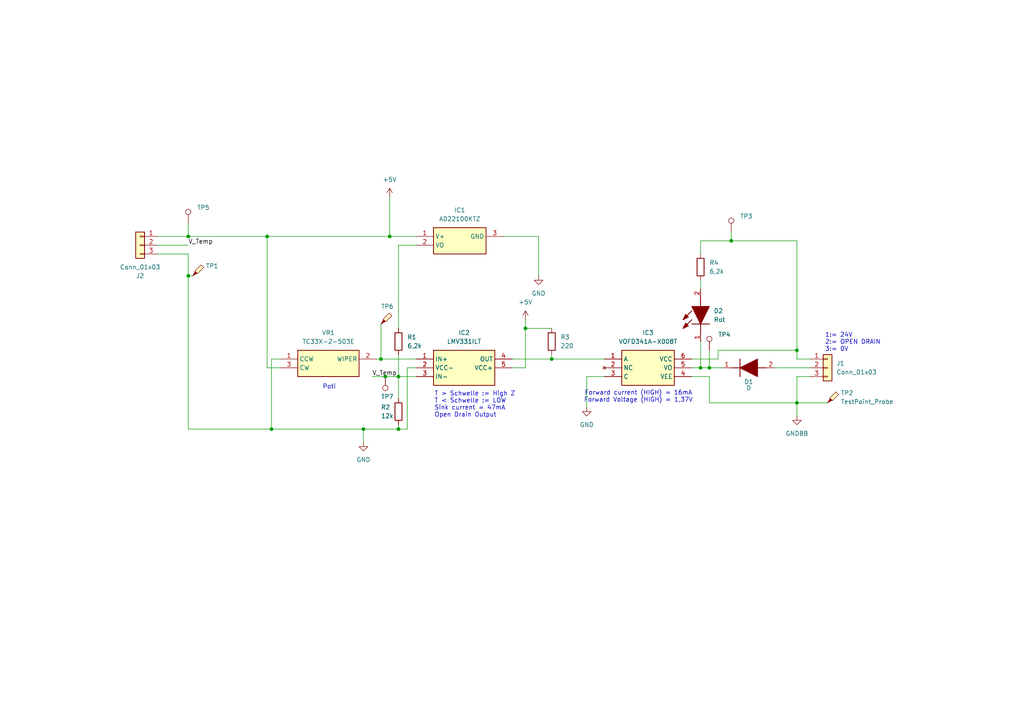
<source format=kicad_sch>
(kicad_sch (version 20231120) (generator "eeschema") (generator_version "8.0")
  (paper "A4")
  (lib_symbols
    (symbol "Connector:TestPoint" (pin_numbers hide) (pin_names (offset 0.762) hide)
      (property "Reference" "TP" (at 0 6.858 0))
      (property "Value" "TestPoint" (at 0 5.08 0))
      (symbol "TestPoint_0_1"
        (circle (center 0 3.302) (radius 0.762))
      )
      (symbol "TestPoint_1_1"
        (pin passive line (at 0 0 90) (length 2.54) (name "1") (number "1"))
      )
    )
    (symbol "Connector:TestPoint_Probe" (pin_numbers hide) (pin_names (offset 0.762) hide)
      (property "Reference" "TP" (at 1.651 5.842 0))
      (property "Value" "TestPoint_Probe" (at 1.651 4.064 0))
      (symbol "TestPoint_Probe_0_1"
        (polyline (pts (xy 1.27 0.762) (xy 0 0) (xy 0.762 1.27) (xy 1.27 0.762)) (fill (type outline)))
        (polyline (pts (xy 1.397 0.635) (xy 0.635 1.397) (xy 2.413 3.175) (xy 3.175 2.413) (xy 1.397 0.635)) (fill (type background)))
      )
      (symbol "TestPoint_Probe_1_1"
        (pin passive line (at 0 0 90) (length 0) (name "1") (number "1"))
      )
    )
    (symbol "Connector_Generic:Conn_01x03" (pin_names (offset 1.016) hide)
      (property "Reference" "J" (at 0 5.08 0))
      (property "Value" "Conn_01x03" (at 0 -5.08 0))
      (symbol "Conn_01x03_1_1"
        (rectangle (start -1.27 -2.413) (end 0 -2.667) (stroke (width 0.1524)))
        (rectangle (start -1.27 0.127) (end 0 -0.127) (stroke (width 0.1524)))
        (rectangle (start -1.27 2.667) (end 0 2.413) (stroke (width 0.1524)))
        (rectangle (start -1.27 3.81) (end 1.27 -3.81) (stroke (width 0.254)) (fill (type background)))
        (pin passive line (at -5.08 2.54 0) (length 3.81) (name "Pin_1") (number "1"))
        (pin passive line (at -5.08 0 0) (length 3.81) (name "Pin_2") (number "2"))
        (pin passive line (at -5.08 -2.54 0) (length 3.81) (name "Pin_3") (number "3"))
      )
    )
    (symbol "Device:R" (pin_numbers hide) (pin_names (offset 0))
      (property "Reference" "R" (at 2.032 0 90))
      (property "Value" "R" (at 0 0 90))
      (symbol "R_0_1"
        (rectangle (start -1.016 -2.54) (end 1.016 2.54) (stroke (width 0.254)))
      )
      (symbol "R_1_1"
        (pin passive line (at 0 3.81 270) (length 1.27) (name "~") (number "1"))
        (pin passive line (at 0 -3.81 90) (length 1.27) (name "~") (number "2"))
      )
    )
    (symbol "SamacSys_Parts:156120RS75000" (pin_names hide)
      (property "Reference" "LED" (at 12.7 8.89 0))
      (property "Value" "156120RS75000" (at 12.7 6.35 0))
      (symbol "156120RS75000_1_1"
        (polyline (pts (xy 2.54 0) (xy 5.08 0)) (stroke (width 0.254)))
        (polyline (pts (xy 5.08 2.54) (xy 5.08 -2.54)) (stroke (width 0.254)))
        (polyline (pts (xy 6.35 2.54) (xy 3.81 5.08)) (stroke (width 0.254)))
        (polyline (pts (xy 8.89 2.54) (xy 6.35 5.08)) (stroke (width 0.254)))
        (polyline (pts (xy 10.16 0) (xy 12.7 0)) (stroke (width 0.254)))
        (polyline (pts (xy 5.08 0) (xy 10.16 2.54) (xy 10.16 -2.54) (xy 5.08 0)) (stroke (width 0.254)) (fill (type outline)))
        (polyline (pts (xy 5.334 4.318) (xy 4.572 3.556) (xy 3.81 5.08) (xy 5.334 4.318)) (stroke (width 0.254)) (fill (type outline)))
        (polyline (pts (xy 7.874 4.318) (xy 7.112 3.556) (xy 6.35 5.08) (xy 7.874 4.318)) (stroke (width 0.254)) (fill (type outline)))
        (pin passive line (at 0 0 0) (length 2.54) (name "K") (number "1"))
        (pin passive line (at 15.24 0 180) (length 2.54) (name "A") (number "2"))
      )
    )
    (symbol "SamacSys_Parts:AD22100KTZ"
      (property "Reference" "IC" (at 21.59 7.62 0))
      (property "Value" "AD22100KTZ" (at 21.59 5.08 0))
      (symbol "AD22100KTZ_1_1"
        (rectangle (start 5.08 2.54) (end 20.32 -5.08) (stroke (width 0.254)) (fill (type background)))
        (pin passive line (at 0 0 0) (length 5.08) (name "V+") (number "1"))
        (pin passive line (at 0 -2.54 0) (length 5.08) (name "VO") (number "2"))
        (pin passive line (at 25.4 0 180) (length 5.08) (name "GND") (number "3"))
      )
    )
    (symbol "SamacSys_Parts:LMV331ILT"
      (property "Reference" "IC" (at 24.13 7.62 0))
      (property "Value" "LMV331ILT" (at 24.13 5.08 0))
      (symbol "LMV331ILT_1_1"
        (rectangle (start 5.08 2.54) (end 22.86 -7.62) (stroke (width 0.254)) (fill (type background)))
        (pin passive line (at 0 0 0) (length 5.08) (name "IN+") (number "1"))
        (pin passive line (at 0 -2.54 0) (length 5.08) (name "VCC-") (number "2"))
        (pin passive line (at 0 -5.08 0) (length 5.08) (name "IN-") (number "3"))
        (pin passive line (at 27.94 0 180) (length 5.08) (name "OUT") (number "4"))
        (pin passive line (at 27.94 -2.54 180) (length 5.08) (name "VCC+") (number "5"))
      )
    )
    (symbol "SamacSys_Parts:S3MB-13-F" (pin_names hide)
      (property "Reference" "D" (at 11.43 5.08 0))
      (property "Value" "S3MB-13-F" (at 11.43 2.54 0))
      (symbol "S3MB-13-F_1_1"
        (polyline (pts (xy 2.54 0) (xy 5.08 0)) (stroke (width 0.254)))
        (polyline (pts (xy 5.08 2.54) (xy 5.08 -2.54)) (stroke (width 0.254)))
        (polyline (pts (xy 10.16 0) (xy 12.7 0)) (stroke (width 0.254)))
        (polyline (pts (xy 5.08 0) (xy 10.16 2.54) (xy 10.16 -2.54) (xy 5.08 0)) (stroke (width 0.254)) (fill (type outline)))
        (pin passive line (at 0 0 0) (length 2.54) (name "K") (number "1"))
        (pin passive line (at 15.24 0 180) (length 2.54) (name "A") (number "2"))
      )
    )
    (symbol "SamacSys_Parts:TC33X-2-503E"
      (property "Reference" "VR" (at 24.13 7.62 0))
      (property "Value" "TC33X-2-503E" (at 24.13 5.08 0))
      (symbol "TC33X-2-503E_1_1"
        (rectangle (start 5.08 2.54) (end 22.86 -5.08) (stroke (width 0.254)) (fill (type background)))
        (pin passive line (at 0 0 0) (length 5.08) (name "CCW") (number "1"))
        (pin passive line (at 27.94 0 180) (length 5.08) (name "WIPER") (number "2"))
        (pin passive line (at 0 -2.54 0) (length 5.08) (name "CW") (number "3"))
      )
    )
    (symbol "SamacSys_Parts:VOFD341A-X008T"
      (property "Reference" "IC" (at 21.59 7.62 0))
      (property "Value" "VOFD341A-X008T" (at 21.59 5.08 0))
      (symbol "VOFD341A-X008T_1_1"
        (rectangle (start 5.08 2.54) (end 20.32 -7.62) (stroke (width 0.254)) (fill (type background)))
        (pin passive line (at 0 0 0) (length 5.08) (name "A") (number "1"))
        (pin no_connect line (at 0 -2.54 0) (length 5.08) (name "NC") (number "2"))
        (pin passive line (at 0 -5.08 0) (length 5.08) (name "C") (number "3"))
        (pin passive line (at 25.4 -5.08 180) (length 5.08) (name "VEE") (number "4"))
        (pin passive line (at 25.4 -2.54 180) (length 5.08) (name "VO") (number "5"))
        (pin passive line (at 25.4 0 180) (length 5.08) (name "VCC") (number "6"))
      )
    )
    (symbol "power:+5V" (power) (pin_numbers hide) (pin_names (offset 0) hide)
      (property "Value" "+5V" (at 0 3.556 0))
      (symbol "+5V_0_1"
        (polyline (pts (xy -0.762 1.27) (xy 0 2.54)))
        (polyline (pts (xy 0 0) (xy 0 2.54)))
        (polyline (pts (xy 0 2.54) (xy 0.762 1.27)))
      )
      (symbol "+5V_1_1"
        (pin power_in line (at 0 0 90) (length 0) (name "~") (number "1"))
      )
    )
    (symbol "power:GND" (power) (pin_numbers hide) (pin_names (offset 0) hide)
      (property "Value" "GND" (at 0 -3.81 0))
      (symbol "GND_0_1"
        (polyline (pts (xy 0 0) (xy 0 -1.27) (xy 1.27 -1.27) (xy 0 -2.54) (xy -1.27 -1.27) (xy 0 -1.27)))
      )
      (symbol "GND_1_1"
        (pin power_in line (at 0 0 270) (length 0) (name "~") (number "1"))
      )
    )
  )
  (junction (at 160.02 104.14))
  (junction (at 115.57 109.22))
  (junction (at 231.14 101.6))
  (junction (at 54.61 80.01))
  (junction (at 152.4 95.25))
  (junction (at 78.74 124.46))
  (junction (at 212.09 69.85))
  (junction (at 113.03 68.58))
  (junction (at 231.14 116.84))
  (junction (at 205.74 106.68))
  (junction (at 105.41 124.46))
  (junction (at 110.49 104.14))
  (junction (at 203.2 106.68))
  (junction (at 111.76 109.22))
  (junction (at 115.57 124.46))
  (junction (at 54.61 68.58))
  (junction (at 77.47 68.58))
  (wire (pts (xy 115.57 109.22) (xy 120.65 109.22)))
  (wire (pts (xy 175.26 109.22) (xy 170.18 109.22)))
  (wire (pts (xy 107.95 109.22) (xy 111.76 109.22)))
  (wire (pts (xy 110.49 93.98) (xy 110.49 104.14)))
  (wire (pts (xy 205.74 109.22) (xy 200.66 109.22)))
  (wire (pts (xy 115.57 71.12) (xy 115.57 95.25)))
  (wire (pts (xy 231.14 116.84) (xy 231.14 120.65)))
  (wire (pts (xy 148.59 104.14) (xy 160.02 104.14)))
  (wire (pts (xy 231.14 104.14) (xy 234.95 104.14)))
  (wire (pts (xy 54.61 73.66) (xy 45.72 73.66)))
  (wire (pts (xy 208.28 104.14) (xy 208.28 101.6)))
  (wire (pts (xy 118.11 106.68) (xy 118.11 124.46)))
  (wire (pts (xy 203.2 99.06) (xy 203.2 106.68)))
  (wire (pts (xy 212.09 67.31) (xy 212.09 69.85)))
  (wire (pts (xy 115.57 71.12) (xy 120.65 71.12)))
  (wire (pts (xy 118.11 124.46) (xy 115.57 124.46)))
  (wire (pts (xy 152.4 106.68) (xy 148.59 106.68)))
  (wire (pts (xy 77.47 68.58) (xy 77.47 106.68)))
  (wire (pts (xy 160.02 104.14) (xy 175.26 104.14)))
  (wire (pts (xy 231.14 69.85) (xy 231.14 101.6)))
  (wire (pts (xy 203.2 106.68) (xy 205.74 106.68)))
  (wire (pts (xy 224.79 106.68) (xy 234.95 106.68)))
  (wire (pts (xy 109.22 104.14) (xy 110.49 104.14)))
  (wire (pts (xy 231.14 109.22) (xy 234.95 109.22)))
  (wire (pts (xy 54.61 80.01) (xy 54.61 73.66)))
  (wire (pts (xy 115.57 124.46) (xy 115.57 123.19)))
  (wire (pts (xy 231.14 116.84) (xy 205.74 116.84)))
  (wire (pts (xy 146.05 68.58) (xy 156.21 68.58)))
  (wire (pts (xy 208.28 101.6) (xy 231.14 101.6)))
  (wire (pts (xy 54.61 68.58) (xy 77.47 68.58)))
  (wire (pts (xy 205.74 101.6) (xy 205.74 106.68)))
  (wire (pts (xy 170.18 109.22) (xy 170.18 118.11)))
  (wire (pts (xy 203.2 81.28) (xy 203.2 83.82)))
  (wire (pts (xy 205.74 116.84) (xy 205.74 109.22)))
  (wire (pts (xy 240.03 116.84) (xy 231.14 116.84)))
  (wire (pts (xy 77.47 68.58) (xy 113.03 68.58)))
  (wire (pts (xy 113.03 68.58) (xy 120.65 68.58)))
  (wire (pts (xy 152.4 95.25) (xy 152.4 106.68)))
  (wire (pts (xy 205.74 106.68) (xy 209.55 106.68)))
  (wire (pts (xy 78.74 104.14) (xy 78.74 124.46)))
  (wire (pts (xy 110.49 104.14) (xy 120.65 104.14)))
  (wire (pts (xy 115.57 109.22) (xy 115.57 115.57)))
  (wire (pts (xy 113.03 57.15) (xy 113.03 68.58)))
  (wire (pts (xy 118.11 106.68) (xy 120.65 106.68)))
  (wire (pts (xy 45.72 68.58) (xy 54.61 68.58)))
  (wire (pts (xy 115.57 102.87) (xy 115.57 109.22)))
  (wire (pts (xy 81.28 104.14) (xy 78.74 104.14)))
  (wire (pts (xy 78.74 124.46) (xy 54.61 124.46)))
  (wire (pts (xy 156.21 68.58) (xy 156.21 80.01)))
  (wire (pts (xy 231.14 116.84) (xy 231.14 109.22)))
  (wire (pts (xy 54.61 124.46) (xy 54.61 80.01)))
  (wire (pts (xy 111.76 109.22) (xy 115.57 109.22)))
  (wire (pts (xy 152.4 95.25) (xy 160.02 95.25)))
  (wire (pts (xy 105.41 124.46) (xy 105.41 128.27)))
  (wire (pts (xy 231.14 101.6) (xy 231.14 104.14)))
  (wire (pts (xy 212.09 69.85) (xy 231.14 69.85)))
  (wire (pts (xy 78.74 124.46) (xy 105.41 124.46)))
  (wire (pts (xy 54.61 64.77) (xy 54.61 68.58)))
  (wire (pts (xy 45.72 71.12) (xy 54.61 71.12)))
  (wire (pts (xy 81.28 106.68) (xy 77.47 106.68)))
  (wire (pts (xy 54.61 80.01) (xy 55.88 80.01)))
  (wire (pts (xy 200.66 106.68) (xy 203.2 106.68)))
  (wire (pts (xy 203.2 69.85) (xy 212.09 69.85)))
  (wire (pts (xy 152.4 92.71) (xy 152.4 95.25)))
  (wire (pts (xy 105.41 124.46) (xy 115.57 124.46)))
  (wire (pts (xy 160.02 102.87) (xy 160.02 104.14)))
  (wire (pts (xy 203.2 73.66) (xy 203.2 69.85)))
  (wire (pts (xy 200.66 104.14) (xy 208.28 104.14)))
  (text "Poti\n" (at 95.504 112.268 0) (effects (font (size 1.27 1.27))))
  (text "T > Schwelle := High Z\nT < Schwelle := LOW\nSink current = 47mA\nOpen Drain Output" (at 125.984 117.348 0) (effects (font (size 1.27 1.27)) (justify left)))
  (text "Forward current (HIGH) = 16mA\nForward Voltage (HIGH) = 1,37V" (at 185.166 115.062 0) (effects (font (size 1.27 1.27))))
  (text "1:= 24V\n2:= OPEN DRAIN\n3:= 0V" (at 239.268 99.314 0) (effects (font (size 1.27 1.27)) (justify left)))
  (label "V_Temp" (at 54.61 71.12 0))
  (label "V_Temp" (at 107.95 109.22 0))
  (symbol (lib_id "Connector:TestPoint") (at 205.74 101.6 0) (unit 1)
    (property "Reference" "TP4" (at 208.28 97.0279 0) (effects (justify left)))
    (property "Value" "TestPoint" (effects (hide yes)))
    (property "Footprint" "TestPoint:TestPoint_Pad_D2.0mm" (effects (hide yes)))
    (property "Description" "test point" (effects (hide yes)))
  )
  (symbol (lib_id "Connector_Generic:Conn_01x03") (at 40.64 71.12 0) (mirror y) (unit 1)
    (property "Reference" "J2" (at 40.64 80.01 0))
    (property "Value" "Conn_01x03" (at 40.64 77.47 0))
    (property "Footprint" "Connector_PinSocket_2.54mm:PinSocket_1x03_P2.54mm_Vertical" (effects (hide yes)))
    (property "Description" "Generic connector, single row, 01x03, script generated (kicad-library-utils/schlib/autogen/connector/)" (effects (hide yes)))
  )
  (symbol (lib_id "Device:R") (at 203.2 77.47 180) (unit 1)
    (property "Reference" "R4" (at 205.74 76.1999 0) (effects (justify right)))
    (property "Value" "6,2k" (at 205.74 78.7399 0) (effects (justify right)))
    (property "Footprint" "Resistor_SMD:R_1206_3216Metric" (effects (hide yes)))
    (property "Description" "Resistor" (effects (hide yes)))
    (property "Manufacturer_Name" "YAGEO " (effects (hide yes)))
    (property "Manufacturer_Part_Number" "AC1206FR-076K2L " (effects (hide yes)))
    (property "Mouser Part Number" "603-AC1206FR-076K2L " (effects (hide yes)))
  )
  (symbol (lib_id "Connector_Generic:Conn_01x03") (at 240.03 106.68 0) (unit 1)
    (property "Reference" "J1" (at 242.57 105.4099 0) (effects (justify left)))
    (property "Value" "Conn_01x03" (at 242.57 107.9499 0) (effects (justify left)))
    (property "Footprint" "Connector_PinSocket_2.54mm:PinSocket_1x03_P2.54mm_Vertical" (effects (hide yes)))
    (property "Description" "Generic connector, single row, 01x03, script generated (kicad-library-utils/schlib/autogen/connector/)" (effects (hide yes)))
  )
  (symbol (lib_id "Connector:TestPoint") (at 54.61 64.77 0) (unit 1)
    (property "Reference" "TP5" (at 57.15 60.1979 0) (effects (justify left)))
    (property "Value" "TestPoint" (effects (hide yes)))
    (property "Footprint" "TestPoint:TestPoint_Pad_D2.0mm" (effects (hide yes)))
    (property "Description" "test point" (effects (hide yes)))
  )
  (symbol (lib_id "power:GND") (at 231.14 120.65 0) (unit 1)
    (property "Reference" "#PWR06" (effects (hide yes)))
    (property "Value" "GNDBB" (at 231.14 125.73 0))
    (property "Description" "Power symbol creates a global label with name \"GND\" , ground" (effects (hide yes)))
  )
  (symbol (lib_id "SamacSys_Parts:S3MB-13-F") (at 209.55 106.68 0) (unit 1)
    (property "Reference" "D1" (at 217.17 110.744 0))
    (property "Value" "D" (at 217.17 112.522 0))
    (property "Footprint" "SamacSys_Parts:DIOM5336X250N" (effects (hide yes)))
    (property "Datasheet" "https://componentsearchengine.com/Datasheets/1/S3MB-13-F.pdf" (effects (hide yes)))
    (property "Description" "Diode Switching 1KV 3A 2-Pin SMB T/R" (effects (hide yes)))
    (property "Sim.Device" "D" (effects (hide yes)))
    (property "Sim.Pins" "1=K 2=A" (effects (hide yes)))
    (property "Height" "2.5" (effects (hide yes)))
    (property "Mouser Part Number" "621-S3MB-F" (effects (hide yes)))
    (property "Mouser Price/Stock" "https://www.mouser.co.uk/ProductDetail/Diodes-Incorporated/S3MB-13-F?qs=MUUZM6nHG7cuxMC6sGASiA%3D%3D" (effects (hide yes)))
    (property "Manufacturer_Name" "Diodes Incorporated" (effects (hide yes)))
    (property "Manufacturer_Part_Number" "S3MB-13-F" (effects (hide yes)))
  )
  (symbol (lib_id "Connector:TestPoint_Probe") (at 240.03 116.84 0) (unit 1)
    (property "Reference" "TP2" (at 243.84 113.9824 0) (effects (justify left)))
    (property "Value" "TestPoint_Probe" (at 243.84 116.5224 0) (effects (justify left)))
    (property "Footprint" "TestPoint:TestPoint_Keystone_5000-5004_Miniature" (effects (hide yes)))
    (property "Description" "test point (alternative probe-style design)" (effects (hide yes)))
    (property "Manufacturer_Name" "Keystone Electronics " (effects (hide yes)))
    (property "Manufacturer_Part_Number" "5001 " (effects (hide yes)))
    (property "Mouser Part Number" "534-5001 " (effects (hide yes)))
  )
  (symbol (lib_id "power:+5V") (at 113.03 57.15 0) (unit 1)
    (property "Reference" "#PWR01" (effects (hide yes)))
    (property "Value" "+5V" (at 113.03 52.07 0))
    (property "Description" "Power symbol creates a global label with name \"+5V\"" (effects (hide yes)))
  )
  (symbol (lib_id "Device:R") (at 115.57 99.06 0) (unit 1)
    (property "Reference" "R1" (at 118.11 97.7899 0) (effects (justify left)))
    (property "Value" "6,2k" (at 118.11 100.3299 0) (effects (justify left)))
    (property "Footprint" "Resistor_SMD:R_1206_3216Metric" (effects (hide yes)))
    (property "Description" "Resistor" (effects (hide yes)))
    (property "Manufacturer_Name" "YAGEO " (effects (hide yes)))
    (property "Manufacturer_Part_Number" "AC1206FR-076K2L " (effects (hide yes)))
    (property "Mouser Part Number" "603-AC1206FR-076K2L " (effects (hide yes)))
  )
  (symbol (lib_id "SamacSys_Parts:156120RS75000") (at 203.2 99.06 90) (unit 1)
    (property "Reference" "D2" (at 207.01 90.1699 90) (effects (justify right)))
    (property "Value" "Rot" (at 207.01 92.7099 90) (effects (justify right)))
    (property "Footprint" "SamacSys_Parts:LEDM3216X130N" (effects (hide yes)))
    (property "Datasheet" "https://katalog.we-online.com/led/datasheet/156120RS75000.pdf" (effects (hide yes)))
    (property "Description" "Wurth Elektronik 156120RS75000, WL-SMRW Series Red LED, 624 nm, 3216 (1206) Clear, Rectangle Lens SMD Package" (effects (hide yes)))
    (property "Height" "1.3" (effects (hide yes)))
    (property "Mouser Part Number" "710-156120RS75000" (effects (hide yes)))
    (property "Mouser Price/Stock" "https://www.mouser.co.uk/ProductDetail/Wurth-Elektronik/156120RS75000?qs=2kOmHSv6VfTlw4DhG%252BTIQw%3D%3D" (effects (hide yes)))
    (property "Manufacturer_Name" "Wurth Elektronik" (effects (hide yes)))
    (property "Manufacturer_Part_Number" "156120RS75000" (effects (hide yes)))
  )
  (symbol (lib_id "SamacSys_Parts:TC33X-2-503E") (at 81.28 104.14 0) (unit 1)
    (property "Reference" "VR1" (at 95.25 96.52 0))
    (property "Value" "TC33X-2-503E" (at 95.25 99.06 0))
    (property "Footprint" "SamacSys_Parts:TC33X2503E" (effects (hide yes)))
    (property "Datasheet" "https://componentsearchengine.com/Datasheets/1/TC33X-2-503E.pdf" (effects (hide yes)))
    (property "Description" "SMD single turn trimmer 50K 25% top adj Bourns TC33 Series SMD Trimmer Resistor with Solder Pad Terminations, 50k +/-25% 0.1W +/-250ppm/C Top Adjust" (effects (hide yes)))
    (property "Height" "1.2" (effects (hide yes)))
    (property "Mouser Part Number" "652-TC33X-2-503E" (effects (hide yes)))
    (property "Mouser Price/Stock" "https://www.mouser.co.uk/ProductDetail/Bourns/TC33X-2-503E?qs=tEaODSGlU8NgxHjveDtEEg%3D%3D" (effects (hide yes)))
    (property "Manufacturer_Name" "Bourns" (effects (hide yes)))
    (property "Manufacturer_Part_Number" "TC33X-2-503E" (effects (hide yes)))
  )
  (symbol (lib_id "Device:R") (at 160.02 99.06 180) (unit 1)
    (property "Reference" "R3" (at 162.56 97.7899 0) (effects (justify right)))
    (property "Value" "220" (at 162.56 100.3299 0) (effects (justify right)))
    (property "Footprint" "Resistor_SMD:R_1206_3216Metric" (effects (hide yes)))
    (property "Description" "Resistor" (effects (hide yes)))
    (property "Manufacturer_Name" "YAGEO " (effects (hide yes)))
    (property "Manufacturer_Part_Number" "RC1206FR-07220RL " (effects (hide yes)))
    (property "Mouser Part Number" "603-RC1206FR-07220RL " (effects (hide yes)))
  )
  (symbol (lib_id "Connector:TestPoint") (at 111.76 109.22 180) (unit 1)
    (property "Reference" "TP7" (at 110.49 115.062 0) (effects (justify right)))
    (property "Value" "TestPoint" (effects (hide yes)))
    (property "Footprint" "TestPoint:TestPoint_Pad_D2.0mm" (effects (hide yes)))
    (property "Description" "test point" (effects (hide yes)))
  )
  (symbol (lib_id "Connector:TestPoint") (at 212.09 67.31 0) (unit 1)
    (property "Reference" "TP3" (at 214.63 62.7379 0) (effects (justify left)))
    (property "Value" "TestPoint" (effects (hide yes)))
    (property "Footprint" "TestPoint:TestPoint_Pad_D2.0mm" (effects (hide yes)))
    (property "Description" "test point" (effects (hide yes)))
  )
  (symbol (lib_id "power:+5V") (at 152.4 92.71 0) (unit 1)
    (property "Reference" "#PWR04" (effects (hide yes)))
    (property "Value" "+5V" (at 152.4 87.63 0))
    (property "Description" "Power symbol creates a global label with name \"+5V\"" (effects (hide yes)))
  )
  (symbol (lib_id "power:GND") (at 156.21 80.01 0) (unit 1)
    (property "Reference" "#PWR02" (effects (hide yes)))
    (property "Value" "GND" (at 156.21 85.09 0))
    (property "Description" "Power symbol creates a global label with name \"GND\" , ground" (effects (hide yes)))
  )
  (symbol (lib_id "SamacSys_Parts:AD22100KTZ") (at 120.65 68.58 0) (unit 1)
    (property "Reference" "IC1" (at 133.35 60.96 0))
    (property "Value" "AD22100KTZ" (at 133.35 63.5 0))
    (property "Footprint" "SamacSys_Parts:TO128P419X483X533-3P" (effects (hide yes)))
    (property "Datasheet" "https://www.mouser.jp/datasheet/2/609/AD22100-1501630.pdf" (effects (hide yes)))
    (property "Description" "AD22100KTZ, Temperature Sensor +/-0.5C 4  6.5 V 3-Pin TO-92" (effects (hide yes)))
    (property "Height" "4.19" (effects (hide yes)))
    (property "Mouser Part Number" "584-AD22100KTZ" (effects (hide yes)))
    (property "Mouser Price/Stock" "https://www.mouser.co.uk/ProductDetail/Analog-Devices/AD22100KTZ?qs=NmRFExCfTkFF1wxujPUquA%3D%3D" (effects (hide yes)))
    (property "Manufacturer_Name" "Analog Devices" (effects (hide yes)))
    (property "Manufacturer_Part_Number" "AD22100KTZ" (effects (hide yes)))
  )
  (symbol (lib_id "Connector:TestPoint_Probe") (at 55.88 80.01 0) (unit 1)
    (property "Reference" "TP1" (at 59.69 77.1524 0) (effects (justify left)))
    (property "Value" "TestPoint_Probe" (effects (hide yes)))
    (property "Footprint" "TestPoint:TestPoint_Keystone_5000-5004_Miniature" (effects (hide yes)))
    (property "Description" "test point (alternative probe-style design)" (effects (hide yes)))
    (property "Manufacturer_Name" "Keystone Electronics " (effects (hide yes)))
    (property "Manufacturer_Part_Number" "5001 " (effects (hide yes)))
    (property "Mouser Part Number" "534-5001 " (effects (hide yes)))
  )
  (symbol (lib_id "SamacSys_Parts:VOFD341A-X008T") (at 175.26 104.14 0) (unit 1)
    (property "Reference" "IC3" (at 187.96 96.52 0))
    (property "Value" "VOFD341A-X008T" (at 187.96 99.06 0))
    (property "Footprint" "SamacSys_Parts:SOIC127P1150X378-6N" (effects (hide yes)))
    (property "Datasheet" "https://www.vishay.com/doc?80420" (effects (hide yes)))
    (property "Description" "3A Gate Driver Optical Coupling 5000Vrms 1 Channel 6-SO Stretched" (effects (hide yes)))
    (property "Height" "3.78" (effects (hide yes)))
    (property "Mouser Part Number" "625-VOFD341A-X008T" (effects (hide yes)))
    (property "Manufacturer_Name" "Vishay" (effects (hide yes)))
    (property "Manufacturer_Part_Number" "VOFD341A-X008T" (effects (hide yes)))
  )
  (symbol (lib_id "power:GND") (at 170.18 118.11 0) (unit 1)
    (property "Reference" "#PWR05" (effects (hide yes)))
    (property "Value" "GND" (at 170.18 123.19 0))
    (property "Description" "Power symbol creates a global label with name \"GND\" , ground" (effects (hide yes)))
  )
  (symbol (lib_id "Connector:TestPoint_Probe") (at 110.49 93.98 0) (unit 1)
    (property "Reference" "TP6" (at 110.49 88.9 0) (effects (justify left)))
    (property "Value" "TestPoint_Probe" (effects (hide yes)))
    (property "Footprint" "TestPoint:TestPoint_Keystone_5000-5004_Miniature" (effects (hide yes)))
    (property "Description" "test point (alternative probe-style design)" (effects (hide yes)))
    (property "Manufacturer_Name" "Keystone Electronics " (effects (hide yes)))
    (property "Manufacturer_Part_Number" "5001 " (effects (hide yes)))
    (property "Mouser Part Number" "534-5001 " (effects (hide yes)))
  )
  (symbol (lib_id "Device:R") (at 115.57 119.38 0) (unit 1)
    (property "Reference" "R2" (at 110.49 118.11 0) (effects (justify left)))
    (property "Value" "12k" (at 110.49 120.65 0) (effects (justify left)))
    (property "Footprint" "Resistor_SMD:R_1206_3216Metric" (effects (hide yes)))
    (property "Description" "Resistor" (effects (hide yes)))
    (property "Manufacturer_Name" "YAGEO " (effects (hide yes)))
    (property "Manufacturer_Part_Number" "RC1206FR-0712KL " (effects (hide yes)))
    (property "Mouser Part Number" "603-RC1206FR-0712KL " (effects (hide yes)))
  )
  (symbol (lib_id "SamacSys_Parts:LMV331ILT") (at 120.65 104.14 0) (unit 1)
    (property "Reference" "IC2" (at 134.62 96.52 0))
    (property "Value" "LMV331ILT" (at 134.62 99.06 0))
    (property "Footprint" "SamacSys_Parts:SOT95P280X145-5N" (effects (hide yes)))
    (property "Description" "STMICROELECTRONICS - LMV331ILT - COMPARATOR, MICROPWR, 5" (effects (hide yes)))
    (property "Height" "1.45" (effects (hide yes)))
    (property "Mouser Part Number" "511-LMV331ILT" (effects (hide yes)))
    (property "Mouser Price/Stock" "https://www.mouser.co.uk/ProductDetail/STMicroelectronics/LMV331ILT?qs=SAP8%252B8699SAkQDtq%2FuXtsA%3D%3D" (effects (hide yes)))
    (property "Manufacturer_Name" "STMicroelectronics" (effects (hide yes)))
    (property "Manufacturer_Part_Number" "LMV331ILT" (effects (hide yes)))
  )
  (symbol (lib_id "power:GND") (at 105.41 128.27 0) (unit 1)
    (property "Reference" "#PWR03" (effects (hide yes)))
    (property "Value" "GND" (at 105.41 133.35 0))
    (property "Description" "Power symbol creates a global label with name \"GND\" , ground" (effects (hide yes)))
  )
)
</source>
